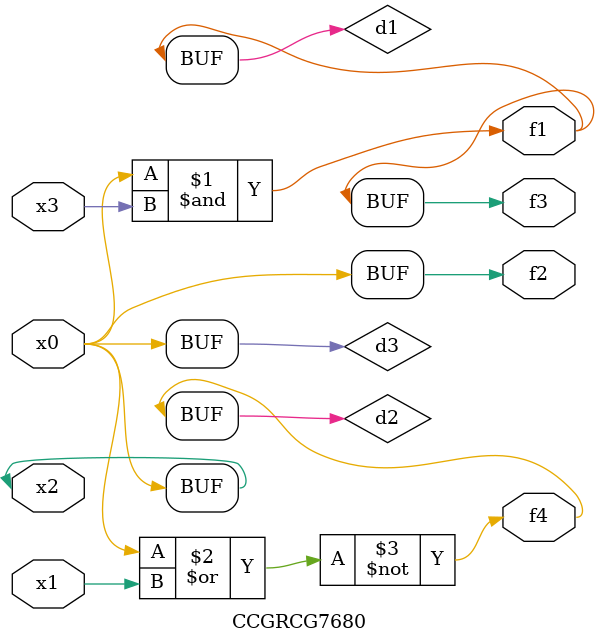
<source format=v>
module CCGRCG7680(
	input x0, x1, x2, x3,
	output f1, f2, f3, f4
);

	wire d1, d2, d3;

	and (d1, x2, x3);
	nor (d2, x0, x1);
	buf (d3, x0, x2);
	assign f1 = d1;
	assign f2 = d3;
	assign f3 = d1;
	assign f4 = d2;
endmodule

</source>
